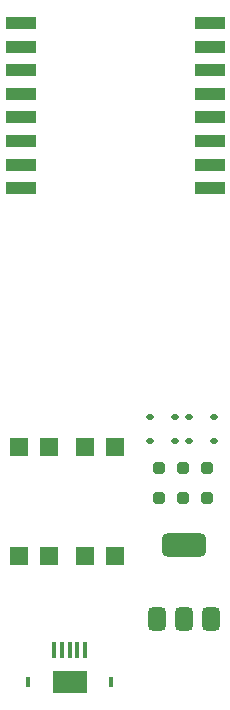
<source format=gtp>
G04 #@! TF.GenerationSoftware,KiCad,Pcbnew,8.0.5*
G04 #@! TF.CreationDate,2024-10-24T23:20:29+02:00*
G04 #@! TF.ProjectId,iot-opentherm,696f742d-6f70-4656-9e74-6865726d2e6b,rev?*
G04 #@! TF.SameCoordinates,Original*
G04 #@! TF.FileFunction,Paste,Top*
G04 #@! TF.FilePolarity,Positive*
%FSLAX46Y46*%
G04 Gerber Fmt 4.6, Leading zero omitted, Abs format (unit mm)*
G04 Created by KiCad (PCBNEW 8.0.5) date 2024-10-24 23:20:29*
%MOMM*%
%LPD*%
G01*
G04 APERTURE LIST*
G04 Aperture macros list*
%AMRoundRect*
0 Rectangle with rounded corners*
0 $1 Rounding radius*
0 $2 $3 $4 $5 $6 $7 $8 $9 X,Y pos of 4 corners*
0 Add a 4 corners polygon primitive as box body*
4,1,4,$2,$3,$4,$5,$6,$7,$8,$9,$2,$3,0*
0 Add four circle primitives for the rounded corners*
1,1,$1+$1,$2,$3*
1,1,$1+$1,$4,$5*
1,1,$1+$1,$6,$7*
1,1,$1+$1,$8,$9*
0 Add four rect primitives between the rounded corners*
20,1,$1+$1,$2,$3,$4,$5,0*
20,1,$1+$1,$4,$5,$6,$7,0*
20,1,$1+$1,$6,$7,$8,$9,0*
20,1,$1+$1,$8,$9,$2,$3,0*%
G04 Aperture macros list end*
%ADD10RoundRect,0.375000X0.375000X-0.625000X0.375000X0.625000X-0.375000X0.625000X-0.375000X-0.625000X0*%
%ADD11RoundRect,0.500000X1.400000X-0.500000X1.400000X0.500000X-1.400000X0.500000X-1.400000X-0.500000X0*%
%ADD12RoundRect,0.112500X0.187500X0.112500X-0.187500X0.112500X-0.187500X-0.112500X0.187500X-0.112500X0*%
%ADD13RoundRect,0.250000X0.250000X-0.250000X0.250000X0.250000X-0.250000X0.250000X-0.250000X-0.250000X0*%
%ADD14R,0.300000X0.850000*%
%ADD15R,0.400000X1.350000*%
%ADD16R,2.900000X1.900000*%
%ADD17R,1.500000X1.600000*%
%ADD18R,2.600000X1.100000*%
G04 APERTURE END LIST*
D10*
X137112000Y-105410000D03*
X139412000Y-105410000D03*
D11*
X139412000Y-99110000D03*
D10*
X141712000Y-105410000D03*
D12*
X141986000Y-88265000D03*
X139886000Y-88265000D03*
D13*
X137330000Y-95103000D03*
X137330000Y-92603000D03*
D14*
X126248400Y-110693200D03*
X133248400Y-110693200D03*
D15*
X131048400Y-108018200D03*
X130398400Y-108018200D03*
X129748400Y-108018200D03*
X129098400Y-108018200D03*
X128448400Y-108018200D03*
D16*
X129748400Y-110693200D03*
D12*
X141986000Y-90297000D03*
X139886000Y-90297000D03*
D17*
X127965200Y-90805200D03*
X125425200Y-90805200D03*
X125425200Y-100025200D03*
X127965200Y-100025200D03*
D13*
X139362000Y-95103000D03*
X139362000Y-92603000D03*
D17*
X131013200Y-100025200D03*
X133553200Y-100025200D03*
X133553200Y-90805200D03*
X131013200Y-90805200D03*
D12*
X138650000Y-90297000D03*
X136550000Y-90297000D03*
D18*
X125620000Y-54900000D03*
X125620000Y-56900000D03*
X125620000Y-58900000D03*
X125620000Y-60900000D03*
X125620000Y-62900000D03*
X125620000Y-64900000D03*
X125620000Y-66900000D03*
X125620000Y-68900000D03*
X141620000Y-68900000D03*
X141620000Y-66900000D03*
X141620000Y-64900000D03*
X141620000Y-62900000D03*
X141620000Y-60900000D03*
X141620000Y-58900000D03*
X141620000Y-56900000D03*
X141620000Y-54900000D03*
D13*
X141394000Y-95103000D03*
X141394000Y-92603000D03*
D12*
X138650000Y-88265000D03*
X136550000Y-88265000D03*
M02*

</source>
